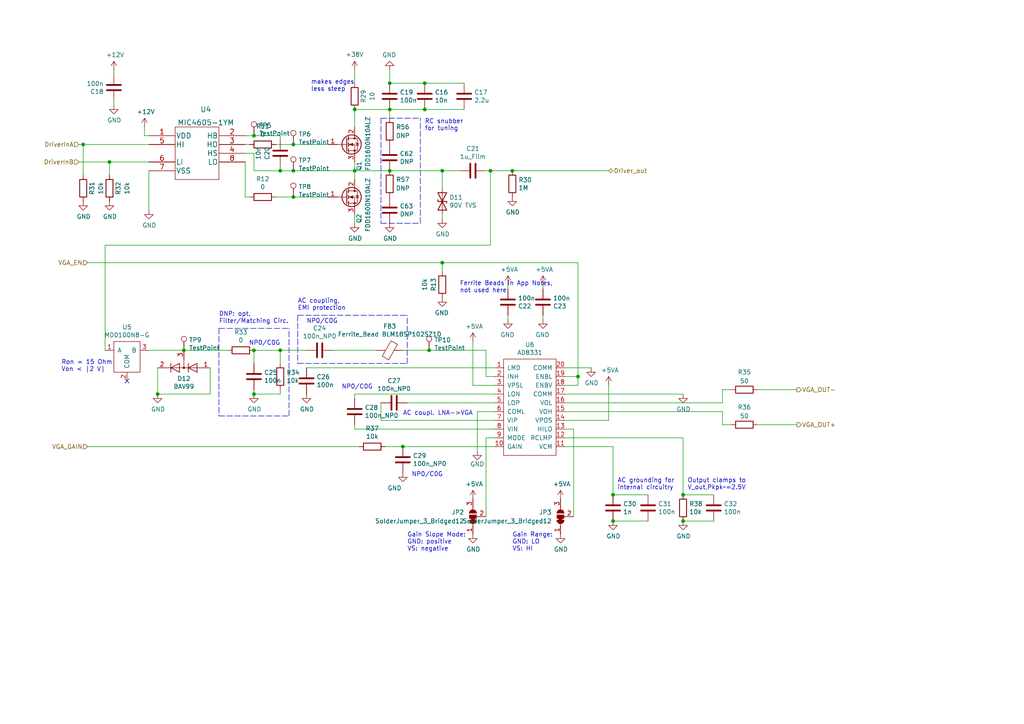
<source format=kicad_sch>
(kicad_sch (version 20211123) (generator eeschema)
  (paper "A4")
  (lib_symbols
    (symbol "Connector:TestPoint" (pin_numbers hide) (pin_names (offset 0.762) hide)
      (property "Reference" "TP" (at 0 6.858 0))
      (property "Value" "TestPoint" (at 0 5.08 0))
      (symbol "TestPoint_0_1"
        (circle (center 0 3.302) (radius 0.762))
      )
      (symbol "TestPoint_1_1"
        (pin passive line (at 0 0 90) (length 2.54) (name "1") (number "1"))
      )
    )
    (symbol "Device:C" (pin_numbers hide) (pin_names (offset 0.254))
      (property "Reference" "C" (at 0.635 2.54 0))
      (property "Value" "C" (at 0.635 -2.54 0))
      (symbol "C_0_1"
        (polyline (pts (xy -2.032 -0.762) (xy 2.032 -0.762)) (stroke (width 0.508)))
        (polyline (pts (xy -2.032 0.762) (xy 2.032 0.762)) (stroke (width 0.508)))
      )
      (symbol "C_1_1"
        (pin passive line (at 0 3.81 270) (length 2.794) (name "~") (number "1"))
        (pin passive line (at 0 -3.81 90) (length 2.794) (name "~") (number "2"))
      )
    )
    (symbol "Device:D_TVS" (pin_numbers hide) (pin_names (offset 1.016) hide)
      (property "Reference" "D" (at 0 2.54 0))
      (property "Value" "D_TVS" (at 0 -2.54 0))
      (symbol "D_TVS_0_1"
        (polyline (pts (xy 1.27 0) (xy -1.27 0)))
        (polyline (pts (xy 0.508 1.27) (xy 0 1.27) (xy 0 -1.27) (xy -0.508 -1.27)) (stroke (width 0.254)))
        (polyline (pts (xy -2.54 1.27) (xy -2.54 -1.27) (xy 2.54 1.27) (xy 2.54 -1.27) (xy -2.54 1.27)) (stroke (width 0.254)))
      )
      (symbol "D_TVS_1_1"
        (pin passive line (at -3.81 0 0) (length 2.54) (name "A1") (number "1"))
        (pin passive line (at 3.81 0 180) (length 2.54) (name "A2") (number "2"))
      )
    )
    (symbol "Device:FerriteBead" (pin_numbers hide) (pin_names (offset 0))
      (property "Reference" "FB" (at -3.81 0.635 90))
      (property "Value" "FerriteBead" (at 3.81 0 90))
      (symbol "FerriteBead_0_1"
        (polyline (pts (xy 0 -1.27) (xy 0 -1.2192)))
        (polyline (pts (xy 0 1.27) (xy 0 1.2954)))
        (polyline (pts (xy -2.7686 0.4064) (xy -1.7018 2.2606) (xy 2.7686 -0.3048) (xy 1.6764 -2.159) (xy -2.7686 0.4064)))
      )
      (symbol "FerriteBead_1_1"
        (pin passive line (at 0 3.81 270) (length 2.54) (name "~") (number "1"))
        (pin passive line (at 0 -3.81 90) (length 2.54) (name "~") (number "2"))
      )
    )
    (symbol "Device:Q_NMOS_GDS" (pin_names (offset 0) hide)
      (property "Reference" "Q" (at 5.08 1.27 0))
      (property "Value" "Q_NMOS_GDS" (at 5.08 -1.27 0))
      (symbol "Q_NMOS_GDS_0_1"
        (polyline (pts (xy 0.254 0) (xy -2.54 0)))
        (polyline (pts (xy 0.254 1.905) (xy 0.254 -1.905)) (stroke (width 0.254)))
        (polyline (pts (xy 0.762 -1.27) (xy 0.762 -2.286)) (stroke (width 0.254)))
        (polyline (pts (xy 0.762 0.508) (xy 0.762 -0.508)) (stroke (width 0.254)))
        (polyline (pts (xy 0.762 2.286) (xy 0.762 1.27)) (stroke (width 0.254)))
        (polyline (pts (xy 2.54 2.54) (xy 2.54 1.778)))
        (polyline (pts (xy 2.54 -2.54) (xy 2.54 0) (xy 0.762 0)))
        (polyline (pts (xy 0.762 -1.778) (xy 3.302 -1.778) (xy 3.302 1.778) (xy 0.762 1.778)))
        (polyline (pts (xy 1.016 0) (xy 2.032 0.381) (xy 2.032 -0.381) (xy 1.016 0)) (fill (type outline)))
        (polyline (pts (xy 2.794 0.508) (xy 2.921 0.381) (xy 3.683 0.381) (xy 3.81 0.254)))
        (polyline (pts (xy 3.302 0.381) (xy 2.921 -0.254) (xy 3.683 -0.254) (xy 3.302 0.381)))
        (circle (center 1.651 0) (radius 2.794) (stroke (width 0.254)))
        (circle (center 2.54 -1.778) (radius 0.254) (fill (type outline)))
        (circle (center 2.54 1.778) (radius 0.254) (fill (type outline)))
      )
      (symbol "Q_NMOS_GDS_1_1"
        (pin input line (at -5.08 0 0) (length 2.54) (name "G") (number "1"))
        (pin passive line (at 2.54 5.08 270) (length 2.54) (name "D") (number "2"))
        (pin passive line (at 2.54 -5.08 90) (length 2.54) (name "S") (number "3"))
      )
    )
    (symbol "Device:R" (pin_numbers hide) (pin_names (offset 0))
      (property "Reference" "R" (at 2.032 0 90))
      (property "Value" "R" (at 0 0 90))
      (symbol "R_0_1"
        (rectangle (start -1.016 -2.54) (end 1.016 2.54) (stroke (width 0.254)))
      )
      (symbol "R_1_1"
        (pin passive line (at 0 3.81 270) (length 1.27) (name "~") (number "1"))
        (pin passive line (at 0 -3.81 90) (length 1.27) (name "~") (number "2"))
      )
    )
    (symbol "Diode:BAV99" (pin_names hide)
      (property "Reference" "D" (at 0 5.08 0))
      (property "Value" "BAV99" (at 0 2.54 0))
      (symbol "BAV99_0_1"
        (polyline (pts (xy -5.08 0) (xy 5.08 0)))
      )
      (symbol "BAV99_1_1"
        (polyline (pts (xy 0 0) (xy 0 -2.54)))
        (polyline (pts (xy -1.27 -1.27) (xy -1.27 1.27) (xy -1.27 1.27)) (stroke (width 0.2032)))
        (polyline (pts (xy 3.81 1.27) (xy 3.81 -1.27) (xy 3.81 -1.27)) (stroke (width 0.2032)))
        (polyline (pts (xy -3.81 1.27) (xy -1.27 0) (xy -3.81 -1.27) (xy -3.81 1.27) (xy -3.81 1.27) (xy -3.81 1.27)) (stroke (width 0.2032)))
        (polyline (pts (xy 1.27 1.27) (xy 3.81 0) (xy 1.27 -1.27) (xy 1.27 1.27) (xy 1.27 1.27) (xy 1.27 1.27)) (stroke (width 0.2032)))
        (circle (center 0 0) (radius 0.254) (fill (type outline)))
        (pin passive line (at -7.62 0 0) (length 2.54) (name "K") (number "1"))
        (pin passive line (at 7.62 0 180) (length 2.54) (name "A") (number "2"))
        (pin passive line (at 0 -5.08 90) (length 2.54) (name "K") (number "3"))
      )
    )
    (symbol "Jumper:SolderJumper_3_Bridged12" (pin_names (offset 0) hide)
      (property "Reference" "JP" (at -2.54 -2.54 0))
      (property "Value" "SolderJumper_3_Bridged12" (at 0 2.794 0))
      (symbol "SolderJumper_3_Bridged12_0_1"
        (rectangle (start -1.016 0.508) (end -0.508 -0.508) (fill (type outline)))
        (arc (start -1.016 1.016) (mid -2.032 0) (end -1.016 -1.016))
        (arc (start -1.016 1.016) (mid -2.032 0) (end -1.016 -1.016) (fill (type outline)))
        (rectangle (start -0.508 1.016) (end 0.508 -1.016) (fill (type outline)))
        (polyline (pts (xy -2.54 0) (xy -2.032 0)))
        (polyline (pts (xy -1.016 1.016) (xy -1.016 -1.016)))
        (polyline (pts (xy 0 -1.27) (xy 0 -1.016)))
        (polyline (pts (xy 1.016 1.016) (xy 1.016 -1.016)))
        (polyline (pts (xy 2.54 0) (xy 2.032 0)))
        (arc (start 1.016 -1.016) (mid 2.032 0) (end 1.016 1.016))
        (arc (start 1.016 -1.016) (mid 2.032 0) (end 1.016 1.016) (fill (type outline)))
      )
      (symbol "SolderJumper_3_Bridged12_1_1"
        (pin passive line (at -5.08 0 0) (length 2.54) (name "A") (number "1"))
        (pin passive line (at 0 -3.81 90) (length 2.54) (name "C") (number "2"))
        (pin passive line (at 5.08 0 180) (length 2.54) (name "B") (number "3"))
      )
    )
    (symbol "UserLibrary:+38V" (power) (pin_names (offset 0))
      (property "Value" "+38V" (at 0 3.81 0))
      (symbol "+38V_0_1"
        (polyline (pts (xy -0.762 1.27) (xy 0 2.54)))
        (polyline (pts (xy 0 0) (xy 0 2.54)))
        (polyline (pts (xy 0 2.54) (xy 0.762 1.27)))
      )
      (symbol "+38V_1_1"
        (pin power_in line (at 0 0 90) (length 0) hide (name "+38V") (number "1"))
      )
    )
    (symbol "UserLibrary:AD8331-Piezo_New" (pin_names (offset 1.016))
      (property "Reference" "U3" (at 0 13.081 0))
      (property "Value" "AD8331-Piezo_New" (at 0 10.7696 0))
      (symbol "AD8331-Piezo_New_0_1"
        (rectangle (start -7.62 8.89) (end 7.62 -19.05))
      )
      (symbol "AD8331-Piezo_New_1_1"
        (pin bidirectional line (at -10.16 6.35 0) (length 2.54) (name "LMD") (number "1"))
        (pin bidirectional line (at -10.16 -16.51 0) (length 2.54) (name "GAIN") (number "10"))
        (pin bidirectional line (at 10.16 -16.51 180) (length 2.54) (name "VCM") (number "11"))
        (pin bidirectional line (at 10.16 -13.97 180) (length 2.54) (name "RCLMP") (number "12"))
        (pin bidirectional line (at 10.16 -11.43 180) (length 2.54) (name "HILO") (number "13"))
        (pin bidirectional line (at 10.16 -8.89 180) (length 2.54) (name "VPOS") (number "14"))
        (pin bidirectional line (at 10.16 -6.35 180) (length 2.54) (name "VOH") (number "15"))
        (pin bidirectional line (at 10.16 -3.81 180) (length 2.54) (name "VOL") (number "16"))
        (pin bidirectional line (at 10.16 -1.27 180) (length 2.54) (name "COMM") (number "17"))
        (pin bidirectional line (at 10.16 1.27 180) (length 2.54) (name "ENBV") (number "18"))
        (pin bidirectional line (at 10.16 3.81 180) (length 2.54) (name "ENBL") (number "19"))
        (pin bidirectional line (at -10.16 3.81 0) (length 2.54) (name "INH") (number "2"))
        (pin bidirectional line (at 10.16 6.35 180) (length 2.54) (name "COMM") (number "20"))
        (pin bidirectional line (at -10.16 1.27 0) (length 2.54) (name "VPSL") (number "3"))
        (pin bidirectional line (at -10.16 -1.27 0) (length 2.54) (name "LON") (number "4"))
        (pin bidirectional line (at -10.16 -3.81 0) (length 2.54) (name "LOP") (number "5"))
        (pin bidirectional line (at -10.16 -6.35 0) (length 2.54) (name "COML") (number "6"))
        (pin bidirectional line (at -10.16 -8.89 0) (length 2.54) (name "VIP") (number "7"))
        (pin bidirectional line (at -10.16 -11.43 0) (length 2.54) (name "VIN") (number "8"))
        (pin bidirectional line (at -10.16 -13.97 0) (length 2.54) (name "MODE") (number "9"))
      )
    )
    (symbol "UserLibrary:MD0100N8-G-Piezo_New" (pin_names (offset 1.016))
      (property "Reference" "U1" (at 0 2.921 0))
      (property "Value" "MD0100N8-G-Piezo_New" (at 0 0.6096 0))
      (symbol "MD0100N8-G-Piezo_New_0_1"
        (rectangle (start 3.81 -1.27) (end -3.81 -10.16))
      )
      (symbol "MD0100N8-G-Piezo_New_1_1"
        (pin bidirectional line (at -6.35 -3.81 0) (length 2.54) (name "A") (number "1"))
        (pin bidirectional line (at 0 -12.7 90) (length 2.54) (name "COM") (number "2"))
        (pin bidirectional line (at 6.35 -3.81 180) (length 2.54) (name "B") (number "3"))
      )
    )
    (symbol "UserLibrary:MIC4605-1YM" (pin_names (offset 0.254))
      (property "Reference" "U" (at 15.24 2.54 0))
      (property "Value" "MIC4605-1YM" (at 8.89 5.08 0))
      (symbol "MIC4605-1YM_1_1"
        (rectangle (start 0 0) (end 12.7 -15.24))
        (pin power_in line (at -7.62 -2.54 0) (length 7.62) (name "VDD") (number "1"))
        (pin passive line (at 20.32 -2.54 180) (length 7.62) (name "HB") (number "2"))
        (pin output line (at 20.32 -5.08 180) (length 7.62) (name "HO") (number "3"))
        (pin passive line (at 20.32 -7.62 180) (length 7.62) (name "HS") (number "4"))
        (pin input line (at -7.62 -5.08 0) (length 7.62) (name "HI") (number "5"))
        (pin input line (at -7.62 -10.16 0) (length 7.62) (name "LI") (number "6"))
        (pin bidirectional line (at -7.62 -12.7 0) (length 7.62) (name "VSS") (number "7"))
        (pin output line (at 20.32 -10.16 180) (length 7.62) (name "LO") (number "8"))
      )
    )
    (symbol "power:+12V" (power) (pin_names (offset 0))
      (property "Value" "+12V" (at 0 3.556 0))
      (symbol "+12V_0_1"
        (polyline (pts (xy -0.762 1.27) (xy 0 2.54)))
        (polyline (pts (xy 0 0) (xy 0 2.54)))
        (polyline (pts (xy 0 2.54) (xy 0.762 1.27)))
      )
      (symbol "+12V_1_1"
        (pin power_in line (at 0 0 90) (length 0) hide (name "+12V") (number "1"))
      )
    )
    (symbol "power:+5VA" (power) (pin_names (offset 0))
      (property "Value" "+5VA" (at 0 3.556 0))
      (symbol "+5VA_0_1"
        (polyline (pts (xy -0.762 1.27) (xy 0 2.54)))
        (polyline (pts (xy 0 0) (xy 0 2.54)))
        (polyline (pts (xy 0 2.54) (xy 0.762 1.27)))
      )
      (symbol "+5VA_1_1"
        (pin power_in line (at 0 0 90) (length 0) hide (name "+5VA") (number "1"))
      )
    )
    (symbol "power:GND" (power) (pin_names (offset 0))
      (property "Value" "GND" (at 0 -3.81 0))
      (symbol "GND_0_1"
        (polyline (pts (xy 0 0) (xy 0 -1.27) (xy 1.27 -1.27) (xy 0 -2.54) (xy -1.27 -1.27) (xy 0 -1.27)))
      )
      (symbol "GND_1_1"
        (pin power_in line (at 0 0 270) (length 0) hide (name "GND") (number "1"))
      )
    )
  )
  (junction (at 198.12 151.13))
  (junction (at 123.19 24.13))
  (junction (at 128.27 76.2))
  (junction (at 85.09 49.53))
  (junction (at 73.66 39.37))
  (junction (at 102.87 49.53))
  (junction (at 85.09 41.91))
  (junction (at 53.34 101.6))
  (junction (at 116.84 129.54))
  (junction (at 81.28 49.53))
  (junction (at 148.59 49.53))
  (junction (at 85.09 57.15))
  (junction (at 73.66 101.6))
  (junction (at 81.28 101.6))
  (junction (at 167.64 109.22))
  (junction (at 102.87 31.75))
  (junction (at 142.24 49.53))
  (junction (at 198.12 143.51))
  (junction (at 113.03 49.53))
  (junction (at 128.27 49.53))
  (junction (at 124.46 101.6))
  (junction (at 24.13 41.91))
  (junction (at 73.66 114.3))
  (junction (at 177.8 151.13))
  (junction (at 177.8 143.51))
  (junction (at 123.19 31.75))
  (junction (at 45.72 114.3))
  (junction (at 31.75 46.99))
  (junction (at 113.03 24.13))
  (junction (at 113.03 31.75))
  (no_connect (at 36.83 110.49))
  (wire (pts (xy 43.18 101.6) (xy 53.34 101.6)))
  (wire (pts (xy 163.83 121.92) (xy 176.53 121.92)))
  (wire (pts (xy 209.55 113.03) (xy 212.09 113.03)))
  (wire (pts (xy 73.66 101.6) (xy 73.66 105.41)))
  (wire (pts (xy 24.13 50.8) (xy 24.13 41.91)))
  (wire (pts (xy 148.59 49.53) (xy 176.53 49.53)))
  (wire (pts (xy 147.32 92.71) (xy 147.32 91.44)))
  (wire (pts (xy 123.19 31.75) (xy 134.62 31.75)))
  (wire (pts (xy 209.55 116.84) (xy 209.55 113.03)))
  (wire (pts (xy 167.64 109.22) (xy 167.64 76.2)))
  (wire (pts (xy 81.28 101.6) (xy 81.28 105.41)))
  (wire (pts (xy 102.87 114.3) (xy 143.51 114.3)))
  (wire (pts (xy 163.83 127) (xy 198.12 127)))
  (polyline (pts (xy 86.36 105.41) (xy 118.11 105.41)))
  (wire (pts (xy 102.87 123.19) (xy 102.87 124.46)))
  (wire (pts (xy 53.34 101.6) (xy 66.04 101.6)))
  (wire (pts (xy 30.48 101.6) (xy 30.48 71.12)))
  (wire (pts (xy 163.83 106.68) (xy 171.45 106.68)))
  (wire (pts (xy 81.28 49.53) (xy 85.09 49.53)))
  (wire (pts (xy 166.37 124.46) (xy 166.37 149.86)))
  (wire (pts (xy 110.49 116.84) (xy 110.49 121.92)))
  (wire (pts (xy 138.43 119.38) (xy 138.43 130.81)))
  (wire (pts (xy 33.02 30.48) (xy 33.02 29.21)))
  (polyline (pts (xy 110.49 34.29) (xy 121.92 34.29)))
  (wire (pts (xy 163.83 114.3) (xy 198.12 114.3)))
  (wire (pts (xy 137.16 99.06) (xy 137.16 111.76)))
  (wire (pts (xy 80.01 41.91) (xy 85.09 41.91)))
  (wire (pts (xy 88.9 106.68) (xy 143.51 106.68)))
  (wire (pts (xy 177.8 143.51) (xy 187.96 143.51)))
  (wire (pts (xy 30.48 71.12) (xy 142.24 71.12)))
  (wire (pts (xy 31.75 46.99) (xy 43.18 46.99)))
  (polyline (pts (xy 63.5 120.65) (xy 83.82 120.65)))
  (polyline (pts (xy 118.11 105.41) (xy 118.11 91.44)))
  (wire (pts (xy 80.01 57.15) (xy 85.09 57.15)))
  (wire (pts (xy 128.27 63.5) (xy 128.27 62.23)))
  (wire (pts (xy 71.12 41.91) (xy 72.39 41.91)))
  (wire (pts (xy 113.03 24.13) (xy 123.19 24.13)))
  (wire (pts (xy 102.87 124.46) (xy 143.51 124.46)))
  (wire (pts (xy 142.24 49.53) (xy 148.59 49.53)))
  (wire (pts (xy 60.96 106.68) (xy 60.96 114.3)))
  (polyline (pts (xy 110.49 64.77) (xy 121.92 64.77)))
  (wire (pts (xy 140.97 127) (xy 140.97 149.86)))
  (wire (pts (xy 102.87 62.23) (xy 102.87 64.77)))
  (wire (pts (xy 102.87 49.53) (xy 102.87 46.99)))
  (polyline (pts (xy 110.49 34.29) (xy 110.49 64.77)))
  (wire (pts (xy 41.91 36.83) (xy 41.91 39.37)))
  (wire (pts (xy 24.13 41.91) (xy 43.18 41.91)))
  (wire (pts (xy 102.87 49.53) (xy 113.03 49.53)))
  (wire (pts (xy 140.97 101.6) (xy 140.97 109.22)))
  (wire (pts (xy 73.66 114.3) (xy 73.66 113.03)))
  (wire (pts (xy 33.02 21.59) (xy 33.02 20.32)))
  (wire (pts (xy 73.66 44.45) (xy 73.66 49.53)))
  (wire (pts (xy 219.71 123.19) (xy 231.14 123.19)))
  (wire (pts (xy 85.09 49.53) (xy 102.87 49.53)))
  (wire (pts (xy 45.72 106.68) (xy 45.72 114.3)))
  (wire (pts (xy 118.11 116.84) (xy 143.51 116.84)))
  (wire (pts (xy 73.66 114.3) (xy 81.28 114.3)))
  (wire (pts (xy 102.87 24.13) (xy 102.87 20.32)))
  (wire (pts (xy 113.03 31.75) (xy 113.03 34.29)))
  (wire (pts (xy 166.37 124.46) (xy 163.83 124.46)))
  (wire (pts (xy 111.76 129.54) (xy 116.84 129.54)))
  (wire (pts (xy 123.19 24.13) (xy 134.62 24.13)))
  (wire (pts (xy 198.12 143.51) (xy 207.01 143.51)))
  (wire (pts (xy 177.8 129.54) (xy 163.83 129.54)))
  (wire (pts (xy 143.51 119.38) (xy 138.43 119.38)))
  (wire (pts (xy 177.8 151.13) (xy 187.96 151.13)))
  (wire (pts (xy 73.66 101.6) (xy 81.28 101.6)))
  (wire (pts (xy 41.91 39.37) (xy 43.18 39.37)))
  (wire (pts (xy 167.64 109.22) (xy 163.83 109.22)))
  (wire (pts (xy 142.24 71.12) (xy 142.24 49.53)))
  (polyline (pts (xy 121.92 64.77) (xy 121.92 34.29)))
  (wire (pts (xy 81.28 101.6) (xy 88.9 101.6)))
  (wire (pts (xy 209.55 123.19) (xy 212.09 123.19)))
  (wire (pts (xy 209.55 119.38) (xy 209.55 123.19)))
  (wire (pts (xy 124.46 101.6) (xy 140.97 101.6)))
  (wire (pts (xy 198.12 151.13) (xy 207.01 151.13)))
  (wire (pts (xy 140.97 127) (xy 143.51 127)))
  (wire (pts (xy 81.28 48.26) (xy 81.28 49.53)))
  (polyline (pts (xy 86.36 91.44) (xy 118.11 91.44)))
  (wire (pts (xy 113.03 31.75) (xy 123.19 31.75)))
  (wire (pts (xy 177.8 143.51) (xy 177.8 129.54)))
  (wire (pts (xy 102.87 31.75) (xy 102.87 36.83)))
  (polyline (pts (xy 83.82 120.65) (xy 83.82 95.25)))
  (wire (pts (xy 85.09 41.91) (xy 95.25 41.91)))
  (wire (pts (xy 71.12 44.45) (xy 73.66 44.45)))
  (wire (pts (xy 137.16 111.76) (xy 143.51 111.76)))
  (wire (pts (xy 102.87 49.53) (xy 102.87 52.07)))
  (wire (pts (xy 128.27 78.74) (xy 128.27 76.2)))
  (wire (pts (xy 128.27 76.2) (xy 25.4 76.2)))
  (wire (pts (xy 176.53 111.76) (xy 176.53 121.92)))
  (wire (pts (xy 167.64 76.2) (xy 128.27 76.2)))
  (wire (pts (xy 116.84 101.6) (xy 124.46 101.6)))
  (wire (pts (xy 81.28 114.3) (xy 81.28 113.03)))
  (wire (pts (xy 45.72 114.3) (xy 60.96 114.3)))
  (wire (pts (xy 113.03 49.53) (xy 128.27 49.53)))
  (wire (pts (xy 140.97 109.22) (xy 143.51 109.22)))
  (wire (pts (xy 104.14 129.54) (xy 25.4 129.54)))
  (polyline (pts (xy 86.36 91.44) (xy 86.36 105.41)))
  (wire (pts (xy 219.71 113.03) (xy 231.14 113.03)))
  (wire (pts (xy 109.22 101.6) (xy 96.52 101.6)))
  (wire (pts (xy 110.49 121.92) (xy 143.51 121.92)))
  (wire (pts (xy 71.12 57.15) (xy 72.39 57.15)))
  (wire (pts (xy 163.83 119.38) (xy 209.55 119.38)))
  (wire (pts (xy 157.48 92.71) (xy 157.48 91.44)))
  (wire (pts (xy 73.66 49.53) (xy 81.28 49.53)))
  (wire (pts (xy 128.27 49.53) (xy 133.35 49.53)))
  (polyline (pts (xy 63.5 95.25) (xy 63.5 120.65)))
  (wire (pts (xy 147.32 82.55) (xy 147.32 83.82)))
  (wire (pts (xy 116.84 129.54) (xy 143.51 129.54)))
  (wire (pts (xy 163.83 116.84) (xy 209.55 116.84)))
  (wire (pts (xy 31.75 46.99) (xy 31.75 50.8)))
  (wire (pts (xy 167.64 109.22) (xy 167.64 111.76)))
  (wire (pts (xy 81.28 40.64) (xy 81.28 39.37)))
  (wire (pts (xy 113.03 31.75) (xy 102.87 31.75)))
  (polyline (pts (xy 63.5 95.25) (xy 83.82 95.25)))
  (wire (pts (xy 102.87 114.3) (xy 102.87 115.57)))
  (wire (pts (xy 85.09 57.15) (xy 95.25 57.15)))
  (wire (pts (xy 71.12 46.99) (xy 71.12 57.15)))
  (wire (pts (xy 198.12 143.51) (xy 198.12 127)))
  (wire (pts (xy 81.28 39.37) (xy 73.66 39.37)))
  (wire (pts (xy 157.48 82.55) (xy 157.48 83.82)))
  (wire (pts (xy 43.18 60.96) (xy 43.18 49.53)))
  (wire (pts (xy 140.97 49.53) (xy 142.24 49.53)))
  (wire (pts (xy 167.64 111.76) (xy 163.83 111.76)))
  (wire (pts (xy 22.86 41.91) (xy 24.13 41.91)))
  (wire (pts (xy 113.03 20.32) (xy 113.03 24.13)))
  (wire (pts (xy 128.27 49.53) (xy 128.27 54.61)))
  (wire (pts (xy 73.66 39.37) (xy 71.12 39.37)))
  (wire (pts (xy 22.86 46.99) (xy 31.75 46.99)))
  (text "makes edges\nless steep" (at 90.17 26.67 0) (effects (font (size 1.27 1.27)) (justify left bottom)))
  (text "NP0/C0G\n" (at 119.38 138.43 0) (effects (font (size 1.27 1.27)) (justify left bottom)))
  (text "Ron = 15 Ohm\nVon < |2 V|" (at 17.78 107.95 0) (effects (font (size 1.27 1.27)) (justify left bottom)))
  (text "AC grounding for \ninternal circuitry" (at 179.07 142.24 0) (effects (font (size 1.27 1.27)) (justify left bottom)))
  (text "AC coupling,\nEMI protection" (at 86.36 90.17 0) (effects (font (size 1.27 1.27)) (justify left bottom)))
  (text "split lines for bnc and adc/comp\n" (at 308.61 133.35 0) (effects (font (size 1.27 1.27)) (justify left bottom)))
  (text "Output clamps to \nV_out,Pkpk~=2.5V" (at 199.39 142.24 0) (effects (font (size 1.27 1.27)) (justify left bottom)))
  (text "Gain Slope Mode:\nGND: positive\nVS: negative" (at 118.11 160.02 0) (effects (font (size 1.27 1.27)) (justify left bottom)))
  (text "Gain Range:\nGND: LO\nVS: HI" (at 148.59 160.02 0) (effects (font (size 1.27 1.27)) (justify left bottom)))
  (text "AC coupl. LNA->VGA" (at 116.84 120.65 0) (effects (font (size 1.27 1.27)) (justify left bottom)))
  (text "RC snubber\nfor tuning\n" (at 123.19 38.1 0) (effects (font (size 1.27 1.27)) (justify left bottom)))
  (text "NP0/C0G\n" (at 88.9 93.98 0) (effects (font (size 1.27 1.27)) (justify left bottom)))
  (text "DNP: opt. \nFilter/Matching Circ." (at 63.5 93.98 0) (effects (font (size 1.27 1.27)) (justify left bottom)))
  (text "NP0/C0G\n" (at 81.28 100.33 180) (effects (font (size 1.27 1.27)) (justify right bottom)))
  (text "NP0/C0G\n" (at 99.06 113.03 0) (effects (font (size 1.27 1.27)) (justify left bottom)))
  (text "Ferrite Beads in App Notes,\nnot used here" (at 133.35 85.09 0) (effects (font (size 1.27 1.27)) (justify left bottom)))
  (hierarchical_label "VGA_GAIN" (shape input) (at 25.4 129.54 180))
  (hierarchical_label "DriverInA" (shape input) (at 22.86 41.91 180))
  (hierarchical_label "Driver_out" (shape bidirectional) (at 176.53 49.53 0))
  (hierarchical_label "VGA_EN" (shape input) (at 25.4 76.2 180))
  (hierarchical_label "VGA_OUT+" (shape output) (at 231.14 123.19 0))
  (hierarchical_label "VGA_OUT-" (shape output) (at 231.14 113.03 0))
  (hierarchical_label "DriverInB" (shape input) (at 22.86 46.99 180))
  (symbol (lib_id "power:GND") (at 198.12 114.3 0) (unit 1)
    (property "Reference" "#PWR062" (effects hide))
    (property "Value" "GND" (at 198.247 118.6942 0))
  )
  (symbol (lib_id "Device:R") (at 198.12 147.32 0) (unit 1)
    (property "Reference" "R38" (at 199.898 146.1516 0) (effects (justify left)))
    (property "Value" "10k" (at 199.898 148.463 0) (effects (justify left)))
    (property "Footprint" "Resistor_SMD:R_0603_1608Metric_Pad0.98x0.95mm_HandSolder" (effects hide))
  )
  (symbol (lib_id "Device:FerriteBead") (at 113.03 101.6 270) (unit 1)
    (property "Reference" "FB3" (at 113.03 94.6404 90))
    (property "Value" "Ferrite_Bead BLM18SP102SZ1D" (at 113.03 96.9518 90))
    (property "Footprint" "Inductor_SMD:L_0603_1608Metric_Pad1.05x0.95mm_HandSolder" (effects hide))
  )
  (symbol (lib_id "power:+5VA") (at 176.53 111.76 0) (unit 1)
    (property "Reference" "#PWR058" (effects hide))
    (property "Value" "+5VA" (at 176.911 107.3658 0))
  )
  (symbol (lib_id "power:GND") (at 137.16 154.94 0) (unit 1)
    (property "Reference" "#PWR069" (effects hide))
    (property "Value" "GND" (at 137.287 159.3342 0))
  )
  (symbol (lib_id "Connector:TestPoint") (at 85.09 49.53 0) (unit 1)
    (property "Reference" "TP7" (at 86.5632 46.5328 0) (effects (justify left)))
    (property "Value" "TestPoint" (at 86.5632 48.8442 0) (effects (justify left)))
    (property "Footprint" "TestPoint:TestPoint_Loop_D1.80mm_Drill1.0mm_Beaded" (effects hide))
  )
  (symbol (lib_id "power:GND") (at 198.12 151.13 0) (unit 1)
    (property "Reference" "#PWR068" (effects hide))
    (property "Value" "GND" (at 198.247 155.5242 0))
  )
  (symbol (lib_id "power:GND") (at 113.03 64.77 0) (unit 1)
    (property "Reference" "#PWR0105" (effects hide))
    (property "Value" "GND" (at 113.157 69.1642 0))
  )
  (symbol (lib_id "Device:R") (at 215.9 123.19 90) (unit 1)
    (property "Reference" "R36" (at 215.9 118.11 90))
    (property "Value" "50" (at 215.9 120.65 90))
    (property "Footprint" "Resistor_SMD:R_0603_1608Metric_Pad0.98x0.95mm_HandSolder" (effects hide))
  )
  (symbol (lib_id "Connector:TestPoint") (at 85.09 57.15 0) (unit 1)
    (property "Reference" "TP8" (at 86.5632 54.1528 0) (effects (justify left)))
    (property "Value" "TestPoint" (at 86.5632 56.4642 0) (effects (justify left)))
    (property "Footprint" "TestPoint:TestPoint_Loop_D1.80mm_Drill1.0mm_Beaded" (effects hide))
  )
  (symbol (lib_id "power:GND") (at 171.45 106.68 0) (unit 1)
    (property "Reference" "#PWR057" (effects hide))
    (property "Value" "GND" (at 171.577 111.0742 0))
  )
  (symbol (lib_id "power:+5VA") (at 137.16 99.06 0) (unit 1)
    (property "Reference" "#PWR056" (effects hide))
    (property "Value" "+5VA" (at 137.541 94.6658 0))
  )
  (symbol (lib_id "Device:R") (at 76.2 57.15 270) (unit 1)
    (property "Reference" "R12" (at 76.2 51.8922 90))
    (property "Value" "0" (at 76.2 54.2036 90))
    (property "Footprint" "Resistor_SMD:R_0603_1608Metric_Pad0.98x0.95mm_HandSolder" (effects hide))
  )
  (symbol (lib_id "Device:D_TVS") (at 128.27 58.42 270) (unit 1)
    (property "Reference" "D11" (at 130.302 57.2516 90) (effects (justify left)))
    (property "Value" "90V TVS" (at 130.302 59.563 90) (effects (justify left)))
    (property "Footprint" "Diode_SMD:D_SMA_Handsoldering" (effects hide))
  )
  (symbol (lib_id "Device:R") (at 113.03 53.34 0) (unit 1)
    (property "Reference" "R57" (at 116.84 52.07 0))
    (property "Value" "DNP" (at 116.84 54.61 0))
    (property "Footprint" "Resistor_SMD:R_0603_1608Metric_Pad0.98x0.95mm_HandSolder" (effects hide))
  )
  (symbol (lib_id "Jumper:SolderJumper_3_Bridged12") (at 137.16 149.86 90) (unit 1)
    (property "Reference" "JP2" (at 134.62 148.5899 90) (effects (justify left)))
    (property "Value" "SolderJumper_3_Bridged12" (at 134.62 151.1299 90) (effects (justify left)))
    (property "Footprint" "Jumper:SolderJumper-3_P1.3mm_Bridged12_RoundedPad1.0x1.5mm" (effects hide))
  )
  (symbol (lib_id "Device:C") (at 113.03 60.96 0) (unit 1)
    (property "Reference" "C63" (at 115.951 59.7916 0) (effects (justify left)))
    (property "Value" "DNP" (at 115.951 62.103 0) (effects (justify left)))
    (property "Footprint" "Capacitor_SMD:C_0603_1608Metric_Pad1.08x0.95mm_HandSolder" (effects hide))
  )
  (symbol (lib_id "power:GND") (at 73.66 114.3 0) (unit 1)
    (property "Reference" "#PWR060" (effects hide))
    (property "Value" "GND" (at 73.787 118.6942 0))
  )
  (symbol (lib_id "Device:C") (at 33.02 25.4 180) (unit 1)
    (property "Reference" "C18" (at 30.099 26.5684 0) (effects (justify left)))
    (property "Value" "100n" (at 30.099 24.257 0) (effects (justify left)))
    (property "Footprint" "Capacitor_SMD:C_0603_1608Metric_Pad1.08x0.95mm_HandSolder" (effects hide))
  )
  (symbol (lib_id "Device:C") (at 88.9 110.49 0) (unit 1)
    (property "Reference" "C26" (at 91.821 109.3216 0) (effects (justify left)))
    (property "Value" "100n" (at 91.821 111.633 0) (effects (justify left)))
    (property "Footprint" "Capacitor_SMD:C_0603_1608Metric_Pad1.08x0.95mm_HandSolder" (effects hide))
  )
  (symbol (lib_id "Device:R") (at 76.2 41.91 270) (unit 1)
    (property "Reference" "R11" (at 76.2 36.6522 90))
    (property "Value" "0" (at 76.2 38.9636 90))
    (property "Footprint" "Resistor_SMD:R_0603_1608Metric_Pad0.98x0.95mm_HandSolder" (effects hide))
  )
  (symbol (lib_id "Device:R") (at 69.85 101.6 270) (unit 1)
    (property "Reference" "R33" (at 69.85 96.3422 90))
    (property "Value" "0" (at 69.85 98.6536 90))
    (property "Footprint" "Resistor_SMD:R_0603_1608Metric_Pad0.98x0.95mm_HandSolder" (effects hide))
  )
  (symbol (lib_id "Device:R") (at 107.95 129.54 270) (unit 1)
    (property "Reference" "R37" (at 107.95 124.2822 90))
    (property "Value" "10k" (at 107.95 126.5936 90))
    (property "Footprint" "Resistor_SMD:R_0603_1608Metric_Pad0.98x0.95mm_HandSolder" (effects hide))
  )
  (symbol (lib_id "power:+12V") (at 33.02 20.32 0) (unit 1)
    (property "Reference" "#PWR041" (effects hide))
    (property "Value" "+12V" (at 33.401 15.9258 0))
  )
  (symbol (lib_id "Device:R") (at 102.87 27.94 0) (unit 1)
    (property "Reference" "R29" (at 105.41 27.94 90))
    (property "Value" "10" (at 107.95 27.94 90))
    (property "Footprint" "Resistor_SMD:R_0603_1608Metric_Pad0.98x0.95mm_HandSolder" (effects hide))
  )
  (symbol (lib_id "UserLibrary:+38V") (at 102.87 20.32 0) (unit 1)
    (property "Reference" "#PWR042" (effects hide))
    (property "Value" "+38V" (at 102.8615 15.8152 0))
  )
  (symbol (lib_id "Device:R") (at 113.03 38.1 0) (unit 1)
    (property "Reference" "R56" (at 116.84 36.83 0))
    (property "Value" "DNP" (at 116.84 39.37 0))
    (property "Footprint" "Resistor_SMD:R_0603_1608Metric_Pad0.98x0.95mm_HandSolder" (effects hide))
  )
  (symbol (lib_id "Device:C") (at 134.62 27.94 0) (unit 1)
    (property "Reference" "C17" (at 137.541 26.7716 0) (effects (justify left)))
    (property "Value" "2.2u" (at 137.541 29.083 0) (effects (justify left)))
    (property "Footprint" "Capacitor_SMD:C_1206_3216Metric_Pad1.33x1.80mm_HandSolder" (effects hide))
  )
  (symbol (lib_id "power:+5VA") (at 162.56 144.78 0) (unit 1)
    (property "Reference" "#PWR066" (effects hide))
    (property "Value" "+5VA" (at 162.941 140.3858 0))
  )
  (symbol (lib_id "Device:R") (at 31.75 54.61 0) (unit 1)
    (property "Reference" "R32" (at 34.29 54.61 90))
    (property "Value" "10k" (at 36.83 54.61 90))
    (property "Footprint" "Resistor_SMD:R_0603_1608Metric_Pad0.98x0.95mm_HandSolder" (effects hide))
  )
  (symbol (lib_id "Connector:TestPoint") (at 53.34 101.6 0) (unit 1)
    (property "Reference" "TP9" (at 54.8132 98.6028 0) (effects (justify left)))
    (property "Value" "TestPoint" (at 54.8132 100.9142 0) (effects (justify left)))
    (property "Footprint" "TestPoint:TestPoint_Loop_D1.80mm_Drill1.0mm_Beaded" (effects hide))
  )
  (symbol (lib_id "Device:C") (at 187.96 147.32 0) (unit 1)
    (property "Reference" "C31" (at 190.881 146.1516 0) (effects (justify left)))
    (property "Value" "100n" (at 190.881 148.463 0) (effects (justify left)))
    (property "Footprint" "Capacitor_SMD:C_0603_1608Metric_Pad1.08x0.95mm_HandSolder" (effects hide))
  )
  (symbol (lib_id "power:GND") (at 88.9 114.3 0) (unit 1)
    (property "Reference" "#PWR061" (effects hide))
    (property "Value" "GND" (at 89.027 118.6942 0))
  )
  (symbol (lib_id "power:GND") (at 102.87 64.77 0) (unit 1)
    (property "Reference" "#PWR050" (effects hide))
    (property "Value" "GND" (at 102.997 69.1642 0))
  )
  (symbol (lib_id "Device:R") (at 81.28 109.22 0) (unit 1)
    (property "Reference" "R34" (at 83.058 108.0516 0) (effects (justify left)))
    (property "Value" "10k" (at 83.058 110.363 0) (effects (justify left)))
    (property "Footprint" "Resistor_SMD:R_0603_1608Metric_Pad0.98x0.95mm_HandSolder" (effects hide))
  )
  (symbol (lib_id "Connector:TestPoint") (at 124.46 101.6 0) (unit 1)
    (property "Reference" "TP10" (at 125.9332 98.6028 0) (effects (justify left)))
    (property "Value" "TestPoint" (at 125.9332 100.9142 0) (effects (justify left)))
    (property "Footprint" "TestPoint:TestPoint_Loop_D1.80mm_Drill1.0mm_Beaded" (effects hide))
  )
  (symbol (lib_id "power:GND") (at 157.48 92.71 0) (mirror y) (unit 1)
    (property "Reference" "#PWR055" (effects hide))
    (property "Value" "GND" (at 157.353 97.1042 0))
  )
  (symbol (lib_id "power:GND") (at 24.13 58.42 0) (unit 1)
    (property "Reference" "#PWR047" (effects hide))
    (property "Value" "GND" (at 24.257 62.8142 0))
  )
  (symbol (lib_id "Device:C") (at 116.84 133.35 0) (unit 1)
    (property "Reference" "C29" (at 119.761 132.1816 0) (effects (justify left)))
    (property "Value" "100n_NP0" (at 119.761 134.493 0) (effects (justify left)))
    (property "Footprint" "Capacitor_SMD:C_1206_3216Metric_Pad1.33x1.80mm_HandSolder" (effects hide))
  )
  (symbol (lib_id "power:GND") (at 162.56 154.94 0) (unit 1)
    (property "Reference" "#PWR070" (effects hide))
    (property "Value" "GND" (at 162.687 159.3342 0))
  )
  (symbol (lib_id "power:GND") (at 31.75 58.42 0) (unit 1)
    (property "Reference" "#PWR048" (effects hide))
    (property "Value" "GND" (at 31.877 62.8142 0))
  )
  (symbol (lib_id "Device:C") (at 81.28 44.45 180) (unit 1)
    (property "Reference" "C20" (at 77.47 44.45 90))
    (property "Value" "10n" (at 74.93 44.45 90))
    (property "Footprint" "Capacitor_SMD:C_0603_1608Metric_Pad1.08x0.95mm_HandSolder" (effects hide))
  )
  (symbol (lib_id "power:GND") (at 116.84 137.16 0) (unit 1)
    (property "Reference" "#PWR064" (effects hide))
    (property "Value" "GND" (at 114.427 141.5542 0))
  )
  (symbol (lib_id "Device:C") (at 92.71 101.6 270) (unit 1)
    (property "Reference" "C24" (at 92.71 95.1992 90))
    (property "Value" "100n_NP0" (at 92.71 97.5106 90))
    (property "Footprint" "Capacitor_SMD:C_1206_3216Metric_Pad1.33x1.80mm_HandSolder" (effects hide))
  )
  (symbol (lib_id "Jumper:SolderJumper_3_Bridged12") (at 162.56 149.86 90) (unit 1)
    (property "Reference" "JP3" (at 160.02 148.5899 90) (effects (justify left)))
    (property "Value" "SolderJumper_3_Bridged12" (at 160.02 151.1299 90) (effects (justify left)))
    (property "Footprint" "Jumper:SolderJumper-3_P1.3mm_Bridged12_RoundedPad1.0x1.5mm" (effects hide))
  )
  (symbol (lib_id "power:GND") (at 33.02 30.48 0) (unit 1)
    (property "Reference" "#PWR044" (effects hide))
    (property "Value" "GND" (at 33.147 34.8742 0))
  )
  (symbol (lib_id "Device:C") (at 157.48 87.63 0) (mirror x) (unit 1)
    (property "Reference" "C23" (at 160.401 88.7984 0) (effects (justify left)))
    (property "Value" "100n" (at 160.401 86.487 0) (effects (justify left)))
    (property "Footprint" "Capacitor_SMD:C_0603_1608Metric_Pad1.08x0.95mm_HandSolder" (effects hide))
  )
  (symbol (lib_id "power:GND") (at 177.8 151.13 0) (unit 1)
    (property "Reference" "#PWR067" (effects hide))
    (property "Value" "GND" (at 177.927 155.5242 0))
  )
  (symbol (lib_id "Device:R") (at 148.59 53.34 0) (unit 1)
    (property "Reference" "R30" (at 150.368 52.1716 0) (effects (justify left)))
    (property "Value" "1M" (at 150.368 54.483 0) (effects (justify left)))
    (property "Footprint" "Resistor_SMD:R_0603_1608Metric_Pad0.98x0.95mm_HandSolder" (effects hide))
  )
  (symbol (lib_id "Device:C") (at 123.19 27.94 0) (unit 1)
    (property "Reference" "C16" (at 126.111 26.7716 0) (effects (justify left)))
    (property "Value" "10n" (at 126.111 29.083 0) (effects (justify left)))
    (property "Footprint" "Capacitor_SMD:C_0603_1608Metric_Pad1.08x0.95mm_HandSolder" (effects hide))
  )
  (symbol (lib_id "UserLibrary:MD0100N8-G-Piezo_New") (at 36.83 97.79 0) (unit 1)
    (property "Reference" "U5" (at 36.83 94.869 0))
    (property "Value" "MD0100N8-G" (at 36.83 97.1804 0))
    (property "Footprint" "Package_TO_SOT_SMD:SOT-89-3_Handsoldering" (effects hide))
  )
  (symbol (lib_id "power:+5VA") (at 147.32 82.55 0) (unit 1)
    (property "Reference" "#PWR052" (effects hide))
    (property "Value" "+5VA" (at 147.701 78.1558 0))
  )
  (symbol (lib_id "power:GND") (at 148.59 57.15 0) (unit 1)
    (property "Reference" "#PWR046" (effects hide))
    (property "Value" "GND" (at 148.717 61.5442 0))
  )
  (symbol (lib_id "power:+5VA") (at 157.48 82.55 0) (unit 1)
    (property "Reference" "#PWR053" (effects hide))
    (property "Value" "+5VA" (at 157.861 78.1558 0))
  )
  (symbol (lib_id "Device:C") (at 102.87 119.38 180) (unit 1)
    (property "Reference" "C28" (at 105.791 118.2116 0) (effects (justify right)))
    (property "Value" "100n_NP0" (at 105.791 120.523 0) (effects (justify right)))
    (property "Footprint" "Capacitor_SMD:C_1206_3216Metric_Pad1.33x1.80mm_HandSolder" (effects hide))
  )
  (symbol (lib_id "Device:C") (at 137.16 49.53 270) (unit 1)
    (property "Reference" "C21" (at 137.16 43.1292 90))
    (property "Value" "1u_Film" (at 137.16 45.4406 90))
    (property "Footprint" "footprints:C_2824_7260Metric_HandSolder" (effects hide))
  )
  (symbol (lib_id "Device:C") (at 113.03 27.94 0) (unit 1)
    (property "Reference" "C19" (at 115.951 26.7716 0) (effects (justify left)))
    (property "Value" "100n" (at 115.951 29.083 0) (effects (justify left)))
    (property "Footprint" "Capacitor_SMD:C_0603_1608Metric_Pad1.08x0.95mm_HandSolder" (effects hide))
  )
  (symbol (lib_id "Device:C") (at 73.66 109.22 0) (unit 1)
    (property "Reference" "C25" (at 76.581 108.0516 0) (effects (justify left)))
    (property "Value" "100n" (at 76.581 110.363 0) (effects (justify left)))
    (property "Footprint" "Capacitor_SMD:C_0603_1608Metric_Pad1.08x0.95mm_HandSolder" (effects hide))
  )
  (symbol (lib_id "power:GND") (at 43.18 60.96 0) (unit 1)
    (property "Reference" "#PWR049" (effects hide))
    (property "Value" "GND" (at 43.307 65.3542 0))
  )
  (symbol (lib_id "Device:Q_NMOS_GDS") (at 100.33 41.91 0) (unit 1)
    (property "Reference" "Q1" (at 104.14 49.53 90) (effects (justify left)))
    (property "Value" "FDD1600N10ALZ" (at 106.68 49.53 90) (effects (justify left)))
    (property "Footprint" "Package_TO_SOT_SMD:TO-252-2" (effects hide))
  )
  (symbol (lib_id "power:GND") (at 128.27 63.5 0) (unit 1)
    (property "Reference" "#PWR051" (effects hide))
    (property "Value" "GND" (at 128.397 67.8942 0))
  )
  (symbol (lib_id "Device:C") (at 114.3 116.84 270) (unit 1)
    (property "Reference" "C27" (at 114.3 110.4392 90))
    (property "Value" "100n_NP0" (at 114.3 112.7506 90))
    (property "Footprint" "Capacitor_SMD:C_1206_3216Metric_Pad1.33x1.80mm_HandSolder" (effects hide))
  )
  (symbol (lib_id "Diode:BAV99") (at 53.34 106.68 180) (unit 1)
    (property "Reference" "D12" (at 53.34 109.8042 0))
    (property "Value" "BAV99" (at 53.34 112.1156 0))
    (property "Footprint" "Package_TO_SOT_SMD:SOT-23" (effects hide))
    (property "Datasheet" "https://assets.nexperia.com/documents/data-sheet/BAV99_SER.pdf" (effects hide))
  )
  (symbol (lib_id "power:+5VA") (at 137.16 144.78 0) (unit 1)
    (property "Reference" "#PWR065" (effects hide))
    (property "Value" "+5VA" (at 137.541 140.3858 0))
  )
  (symbol (lib_id "Device:C") (at 113.03 45.72 0) (unit 1)
    (property "Reference" "C62" (at 115.951 44.5516 0) (effects (justify left)))
    (property "Value" "DNP" (at 115.951 46.863 0) (effects (justify left)))
    (property "Footprint" "Capacitor_SMD:C_0603_1608Metric_Pad1.08x0.95mm_HandSolder" (effects hide))
  )
  (symbol (lib_id "Connector:TestPoint") (at 73.66 39.37 0) (unit 1)
    (property "Reference" "TP5" (at 75.1332 36.3728 0) (effects (justify left)))
    (property "Value" "TestPoint" (at 75.1332 38.6842 0) (effects (justify left)))
    (property "Footprint" "TestPoint:TestPoint_Loop_D1.80mm_Drill1.0mm_Beaded" (effects hide))
  )
  (symbol (lib_id "power:GND") (at 147.32 92.71 0) (mirror y) (unit 1)
    (property "Reference" "#PWR054" (effects hide))
    (property "Value" "GND" (at 147.193 97.1042 0))
  )
  (symbol (lib_id "power:GND") (at 138.43 130.81 0) (unit 1)
    (property "Reference" "#PWR063" (effects hide))
    (property "Value" "GND" (at 138.43 134.62 0))
  )
  (symbol (lib_id "power:GND") (at 45.72 114.3 0) (unit 1)
    (property "Reference" "#PWR059" (effects hide))
    (property "Value" "GND" (at 45.847 118.6942 0))
  )
  (symbol (lib_id "power:+12V") (at 41.91 36.83 0) (unit 1)
    (property "Reference" "#PWR045" (effects hide))
    (property "Value" "+12V" (at 42.291 32.4358 0))
  )
  (symbol (lib_id "Device:C") (at 147.32 87.63 0) (mirror x) (unit 1)
    (property "Reference" "C22" (at 150.241 88.7984 0) (effects (justify left)))
    (property "Value" "100n" (at 150.241 86.487 0) (effects (justify left)))
    (property "Footprint" "Capacitor_SMD:C_0603_1608Metric_Pad1.08x0.95mm_HandSolder" (effects hide))
  )
  (symbol (lib_id "Device:R") (at 215.9 113.03 90) (unit 1)
    (property "Reference" "R35" (at 215.9 107.95 90))
    (property "Value" "50" (at 215.9 110.49 90))
    (property "Footprint" "Resistor_SMD:R_0603_1608Metric_Pad0.98x0.95mm_HandSolder" (effects hide))
  )
  (symbol (lib_id "Device:R") (at 24.13 54.61 0) (unit 1)
    (property "Reference" "R31" (at 26.67 54.61 90))
    (property "Value" "10k" (at 29.21 54.61 90))
    (property "Footprint" "Resistor_SMD:R_0603_1608Metric_Pad0.98x0.95mm_HandSolder" (effects hide))
  )
  (symbol (lib_id "Device:C") (at 177.8 147.32 0) (unit 1)
    (property "Reference" "C30" (at 180.721 146.1516 0) (effects (justify left)))
    (property "Value" "1n" (at 180.721 148.463 0) (effects (justify left)))
    (property "Footprint" "Capacitor_SMD:C_0603_1608Metric_Pad1.08x0.95mm_HandSolder" (effects hide))
  )
  (symbol (lib_id "UserLibrary:MIC4605-1YM") (at 50.8 36.83 0) (unit 1)
    (property "Reference" "U4" (at 59.69 31.75 0) (effects (font (size 1.524 1.524))))
    (property "Value" "MIC4605-1YM" (at 59.69 35.56 0) (effects (font (size 1.524 1.524))))
    (property "Footprint" "Package_SO:SOIC-8_3.9x4.9mm_P1.27mm" (effects hide))
    (property "Datasheet" "https://ww1.microchip.com/downloads/en/DeviceDoc/MIC4605-Data-Sheet-DS20005853E.pdf" (effects hide))
  )
  (symbol (lib_id "Device:R") (at 128.27 82.55 180) (unit 1)
    (property "Reference" "R13" (at 125.73 82.55 90))
    (property "Value" "10k" (at 123.19 82.55 90))
    (property "Footprint" "Resistor_SMD:R_0603_1608Metric_Pad0.98x0.95mm_HandSolder" (effects hide))
  )
  (symbol (lib_id "power:GND") (at 128.27 86.36 0) (mirror y) (unit 1)
    (property "Reference" "#PWR036" (effects hide))
    (property "Value" "GND" (at 128.143 90.7542 0))
  )
  (symbol (lib_id "power:GND") (at 113.03 20.32 180) (unit 1)
    (property "Reference" "#PWR043" (effects hide))
    (property "Value" "GND" (at 112.903 15.9258 0))
  )
  (symbol (lib_id "Device:Q_NMOS_GDS") (at 100.33 57.15 0) (unit 1)
    (property "Reference" "Q2" (at 104.14 64.77 90) (effects (justify left)))
    (property "Value" "FDD1600N10ALZ" (at 106.68 67.31 90) (effects (justify left)))
    (property "Footprint" "Package_TO_SOT_SMD:TO-252-2" (effects hide))
  )
  (symbol (lib_id "Connector:TestPoint") (at 85.09 41.91 0) (unit 1)
    (property "Reference" "TP6" (at 86.5632 38.9128 0) (effects (justify left)))
    (property "Value" "TestPoint" (at 86.5632 41.2242 0) (effects (justify left)))
    (property "Footprint" "TestPoint:TestPoint_Loop_D1.80mm_Drill1.0mm_Beaded" (effects hide))
  )
  (symbol (lib_id "Device:C") (at 207.01 147.32 0) (unit 1)
    (property "Reference" "C32" (at 209.931 146.1516 0) (effects (justify left)))
    (property "Value" "100n" (at 209.931 148.463 0) (effects (justify left)))
    (property "Footprint" "Capacitor_SMD:C_0603_1608Metric_Pad1.08x0.95mm_HandSolder" (effects hide))
  )
  (symbol (lib_id "UserLibrary:AD8331-Piezo_New") (at 153.67 113.03 0) (unit 1)
    (property "Reference" "U6" (at 153.67 99.949 0))
    (property "Value" "AD8331" (at 153.67 102.2604 0))
    (property "Footprint" "Package_SO:QSOP-20_3.9x8.7mm_P0.635mm" (effects hide))
    (property "Datasheet" "https://www.analog.com/media/en/technical-documentation/data-sheets/AD8331_8332_8334.pdf" (effects hide))
  )
)
</source>
